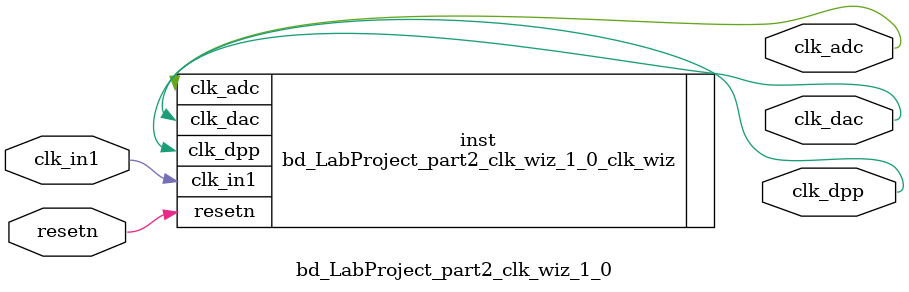
<source format=v>


`timescale 1ps/1ps

(* CORE_GENERATION_INFO = "bd_LabProject_part2_clk_wiz_1_0,clk_wiz_v6_0_11_0_0,{component_name=bd_LabProject_part2_clk_wiz_1_0,use_phase_alignment=true,use_min_o_jitter=false,use_max_i_jitter=false,use_dyn_phase_shift=false,use_inclk_switchover=false,use_dyn_reconfig=false,enable_axi=0,feedback_source=FDBK_AUTO,PRIMITIVE=MMCM,num_out_clk=3,clkin1_period=10.000,clkin2_period=10.000,use_power_down=false,use_reset=true,use_locked=false,use_inclk_stopped=false,feedback_type=SINGLE,CLOCK_MGR_TYPE=NA,manual_override=false}" *)

module bd_LabProject_part2_clk_wiz_1_0 
 (
  // Clock out ports
  output        clk_dpp,
  output        clk_adc,
  output        clk_dac,
  // Status and control signals
  input         resetn,
 // Clock in ports
  input         clk_in1
 );

  bd_LabProject_part2_clk_wiz_1_0_clk_wiz inst
  (
  // Clock out ports  
  .clk_dpp(clk_dpp),
  .clk_adc(clk_adc),
  .clk_dac(clk_dac),
  // Status and control signals               
  .resetn(resetn), 
 // Clock in ports
  .clk_in1(clk_in1)
  );

endmodule

</source>
